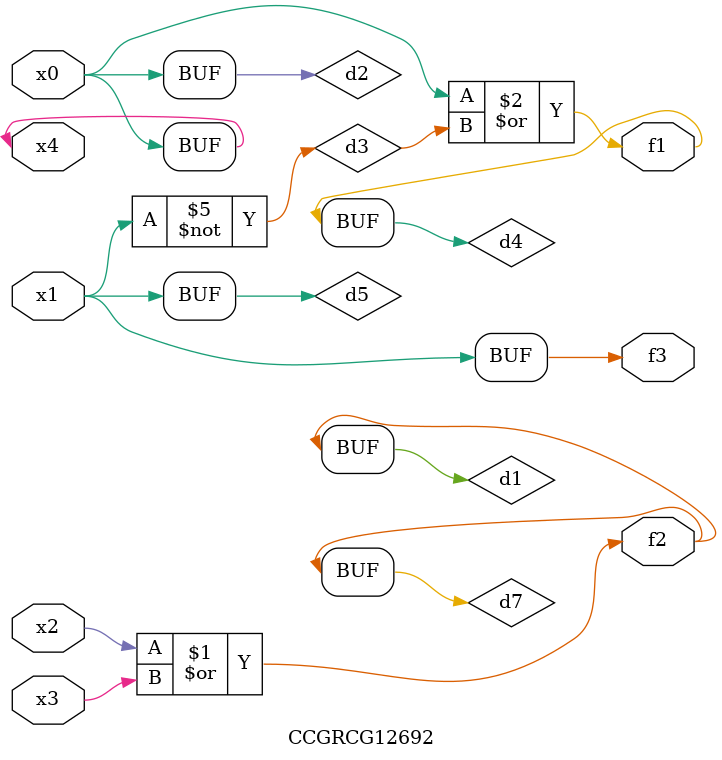
<source format=v>
module CCGRCG12692(
	input x0, x1, x2, x3, x4,
	output f1, f2, f3
);

	wire d1, d2, d3, d4, d5, d6, d7;

	or (d1, x2, x3);
	buf (d2, x0, x4);
	not (d3, x1);
	or (d4, d2, d3);
	not (d5, d3);
	nand (d6, d1, d3);
	or (d7, d1);
	assign f1 = d4;
	assign f2 = d7;
	assign f3 = d5;
endmodule

</source>
